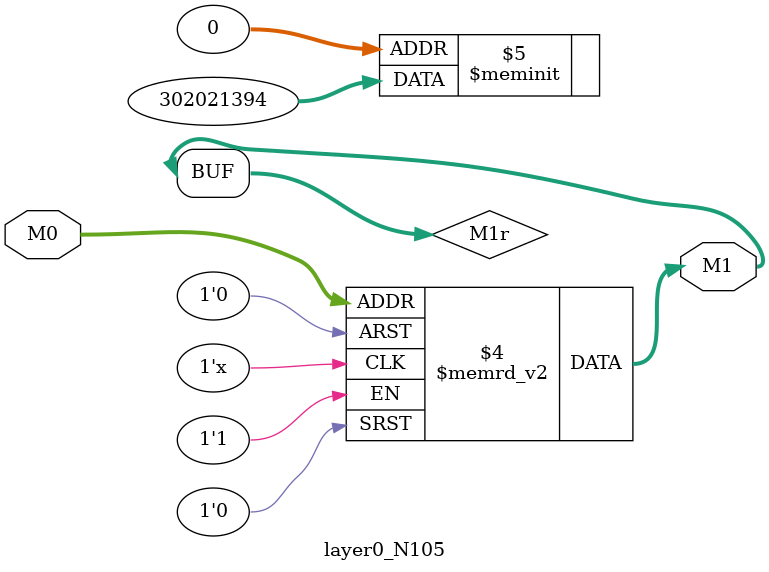
<source format=v>
module layer0_N105 ( input [3:0] M0, output [1:0] M1 );

	(*rom_style = "distributed" *) reg [1:0] M1r;
	assign M1 = M1r;
	always @ (M0) begin
		case (M0)
			4'b0000: M1r = 2'b10;
			4'b1000: M1r = 2'b00;
			4'b0100: M1r = 2'b11;
			4'b1100: M1r = 2'b10;
			4'b0010: M1r = 2'b01;
			4'b1010: M1r = 2'b00;
			4'b0110: M1r = 2'b11;
			4'b1110: M1r = 2'b01;
			4'b0001: M1r = 2'b00;
			4'b1001: M1r = 2'b00;
			4'b0101: M1r = 2'b10;
			4'b1101: M1r = 2'b00;
			4'b0011: M1r = 2'b00;
			4'b1011: M1r = 2'b00;
			4'b0111: M1r = 2'b01;
			4'b1111: M1r = 2'b00;

		endcase
	end
endmodule

</source>
